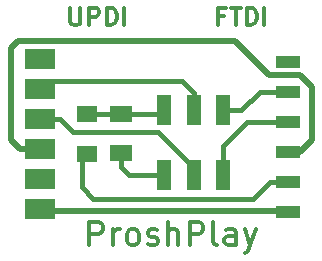
<source format=gbr>
%TF.GenerationSoftware,KiCad,Pcbnew,9.0.0*%
%TF.CreationDate,2025-03-04T01:13:19+05:30*%
%TF.ProjectId,UPDI-FTDI,55504449-2d46-4544-9449-2e6b69636164,rev?*%
%TF.SameCoordinates,Original*%
%TF.FileFunction,Copper,L1,Top*%
%TF.FilePolarity,Positive*%
%FSLAX46Y46*%
G04 Gerber Fmt 4.6, Leading zero omitted, Abs format (unit mm)*
G04 Created by KiCad (PCBNEW 9.0.0) date 2025-03-04 01:13:20*
%MOMM*%
%LPD*%
G01*
G04 APERTURE LIST*
%ADD10C,0.300000*%
%TA.AperFunction,NonConductor*%
%ADD11C,0.300000*%
%TD*%
%TA.AperFunction,SMDPad,CuDef*%
%ADD12R,1.900000X1.400000*%
%TD*%
%TA.AperFunction,SMDPad,CuDef*%
%ADD13R,1.200000X2.500000*%
%TD*%
%TA.AperFunction,SMDPad,CuDef*%
%ADD14R,1.700000X1.400000*%
%TD*%
%TA.AperFunction,SMDPad,CuDef*%
%ADD15R,2.000000X1.000000*%
%TD*%
%TA.AperFunction,SMDPad,CuDef*%
%ADD16R,2.500000X1.700000*%
%TD*%
%TA.AperFunction,Conductor*%
%ADD17C,0.500000*%
%TD*%
%TA.AperFunction,Conductor*%
%ADD18C,0.400000*%
%TD*%
G04 APERTURE END LIST*
D10*
D11*
X110673558Y-59414936D02*
X110673558Y-57414936D01*
X110673558Y-57414936D02*
X111435463Y-57414936D01*
X111435463Y-57414936D02*
X111625939Y-57510174D01*
X111625939Y-57510174D02*
X111721177Y-57605412D01*
X111721177Y-57605412D02*
X111816415Y-57795888D01*
X111816415Y-57795888D02*
X111816415Y-58081602D01*
X111816415Y-58081602D02*
X111721177Y-58272078D01*
X111721177Y-58272078D02*
X111625939Y-58367317D01*
X111625939Y-58367317D02*
X111435463Y-58462555D01*
X111435463Y-58462555D02*
X110673558Y-58462555D01*
X112673558Y-59414936D02*
X112673558Y-58081602D01*
X112673558Y-58462555D02*
X112768796Y-58272078D01*
X112768796Y-58272078D02*
X112864034Y-58176840D01*
X112864034Y-58176840D02*
X113054510Y-58081602D01*
X113054510Y-58081602D02*
X113244987Y-58081602D01*
X114197367Y-59414936D02*
X114006891Y-59319698D01*
X114006891Y-59319698D02*
X113911653Y-59224459D01*
X113911653Y-59224459D02*
X113816415Y-59033983D01*
X113816415Y-59033983D02*
X113816415Y-58462555D01*
X113816415Y-58462555D02*
X113911653Y-58272078D01*
X113911653Y-58272078D02*
X114006891Y-58176840D01*
X114006891Y-58176840D02*
X114197367Y-58081602D01*
X114197367Y-58081602D02*
X114483082Y-58081602D01*
X114483082Y-58081602D02*
X114673558Y-58176840D01*
X114673558Y-58176840D02*
X114768796Y-58272078D01*
X114768796Y-58272078D02*
X114864034Y-58462555D01*
X114864034Y-58462555D02*
X114864034Y-59033983D01*
X114864034Y-59033983D02*
X114768796Y-59224459D01*
X114768796Y-59224459D02*
X114673558Y-59319698D01*
X114673558Y-59319698D02*
X114483082Y-59414936D01*
X114483082Y-59414936D02*
X114197367Y-59414936D01*
X115625939Y-59319698D02*
X115816415Y-59414936D01*
X115816415Y-59414936D02*
X116197367Y-59414936D01*
X116197367Y-59414936D02*
X116387844Y-59319698D01*
X116387844Y-59319698D02*
X116483082Y-59129221D01*
X116483082Y-59129221D02*
X116483082Y-59033983D01*
X116483082Y-59033983D02*
X116387844Y-58843507D01*
X116387844Y-58843507D02*
X116197367Y-58748269D01*
X116197367Y-58748269D02*
X115911653Y-58748269D01*
X115911653Y-58748269D02*
X115721177Y-58653031D01*
X115721177Y-58653031D02*
X115625939Y-58462555D01*
X115625939Y-58462555D02*
X115625939Y-58367317D01*
X115625939Y-58367317D02*
X115721177Y-58176840D01*
X115721177Y-58176840D02*
X115911653Y-58081602D01*
X115911653Y-58081602D02*
X116197367Y-58081602D01*
X116197367Y-58081602D02*
X116387844Y-58176840D01*
X117340225Y-59414936D02*
X117340225Y-57414936D01*
X118197368Y-59414936D02*
X118197368Y-58367317D01*
X118197368Y-58367317D02*
X118102130Y-58176840D01*
X118102130Y-58176840D02*
X117911654Y-58081602D01*
X117911654Y-58081602D02*
X117625939Y-58081602D01*
X117625939Y-58081602D02*
X117435463Y-58176840D01*
X117435463Y-58176840D02*
X117340225Y-58272078D01*
X119149749Y-59414936D02*
X119149749Y-57414936D01*
X119149749Y-57414936D02*
X119911654Y-57414936D01*
X119911654Y-57414936D02*
X120102130Y-57510174D01*
X120102130Y-57510174D02*
X120197368Y-57605412D01*
X120197368Y-57605412D02*
X120292606Y-57795888D01*
X120292606Y-57795888D02*
X120292606Y-58081602D01*
X120292606Y-58081602D02*
X120197368Y-58272078D01*
X120197368Y-58272078D02*
X120102130Y-58367317D01*
X120102130Y-58367317D02*
X119911654Y-58462555D01*
X119911654Y-58462555D02*
X119149749Y-58462555D01*
X121435463Y-59414936D02*
X121244987Y-59319698D01*
X121244987Y-59319698D02*
X121149749Y-59129221D01*
X121149749Y-59129221D02*
X121149749Y-57414936D01*
X123054511Y-59414936D02*
X123054511Y-58367317D01*
X123054511Y-58367317D02*
X122959273Y-58176840D01*
X122959273Y-58176840D02*
X122768797Y-58081602D01*
X122768797Y-58081602D02*
X122387844Y-58081602D01*
X122387844Y-58081602D02*
X122197368Y-58176840D01*
X123054511Y-59319698D02*
X122864035Y-59414936D01*
X122864035Y-59414936D02*
X122387844Y-59414936D01*
X122387844Y-59414936D02*
X122197368Y-59319698D01*
X122197368Y-59319698D02*
X122102130Y-59129221D01*
X122102130Y-59129221D02*
X122102130Y-58938745D01*
X122102130Y-58938745D02*
X122197368Y-58748269D01*
X122197368Y-58748269D02*
X122387844Y-58653031D01*
X122387844Y-58653031D02*
X122864035Y-58653031D01*
X122864035Y-58653031D02*
X123054511Y-58557793D01*
X123816416Y-58081602D02*
X124292606Y-59414936D01*
X124768797Y-58081602D02*
X124292606Y-59414936D01*
X124292606Y-59414936D02*
X124102130Y-59891126D01*
X124102130Y-59891126D02*
X124006892Y-59986364D01*
X124006892Y-59986364D02*
X123816416Y-60081602D01*
D10*
D11*
X109054510Y-39300828D02*
X109054510Y-40515114D01*
X109054510Y-40515114D02*
X109125939Y-40657971D01*
X109125939Y-40657971D02*
X109197368Y-40729400D01*
X109197368Y-40729400D02*
X109340225Y-40800828D01*
X109340225Y-40800828D02*
X109625939Y-40800828D01*
X109625939Y-40800828D02*
X109768796Y-40729400D01*
X109768796Y-40729400D02*
X109840225Y-40657971D01*
X109840225Y-40657971D02*
X109911653Y-40515114D01*
X109911653Y-40515114D02*
X109911653Y-39300828D01*
X110625939Y-40800828D02*
X110625939Y-39300828D01*
X110625939Y-39300828D02*
X111197368Y-39300828D01*
X111197368Y-39300828D02*
X111340225Y-39372257D01*
X111340225Y-39372257D02*
X111411654Y-39443685D01*
X111411654Y-39443685D02*
X111483082Y-39586542D01*
X111483082Y-39586542D02*
X111483082Y-39800828D01*
X111483082Y-39800828D02*
X111411654Y-39943685D01*
X111411654Y-39943685D02*
X111340225Y-40015114D01*
X111340225Y-40015114D02*
X111197368Y-40086542D01*
X111197368Y-40086542D02*
X110625939Y-40086542D01*
X112125939Y-40800828D02*
X112125939Y-39300828D01*
X112125939Y-39300828D02*
X112483082Y-39300828D01*
X112483082Y-39300828D02*
X112697368Y-39372257D01*
X112697368Y-39372257D02*
X112840225Y-39515114D01*
X112840225Y-39515114D02*
X112911654Y-39657971D01*
X112911654Y-39657971D02*
X112983082Y-39943685D01*
X112983082Y-39943685D02*
X112983082Y-40157971D01*
X112983082Y-40157971D02*
X112911654Y-40443685D01*
X112911654Y-40443685D02*
X112840225Y-40586542D01*
X112840225Y-40586542D02*
X112697368Y-40729400D01*
X112697368Y-40729400D02*
X112483082Y-40800828D01*
X112483082Y-40800828D02*
X112125939Y-40800828D01*
X113625939Y-40800828D02*
X113625939Y-39300828D01*
D10*
D11*
X122054510Y-40015114D02*
X121554510Y-40015114D01*
X121554510Y-40800828D02*
X121554510Y-39300828D01*
X121554510Y-39300828D02*
X122268796Y-39300828D01*
X122625939Y-39300828D02*
X123483082Y-39300828D01*
X123054510Y-40800828D02*
X123054510Y-39300828D01*
X123983081Y-40800828D02*
X123983081Y-39300828D01*
X123983081Y-39300828D02*
X124340224Y-39300828D01*
X124340224Y-39300828D02*
X124554510Y-39372257D01*
X124554510Y-39372257D02*
X124697367Y-39515114D01*
X124697367Y-39515114D02*
X124768796Y-39657971D01*
X124768796Y-39657971D02*
X124840224Y-39943685D01*
X124840224Y-39943685D02*
X124840224Y-40157971D01*
X124840224Y-40157971D02*
X124768796Y-40443685D01*
X124768796Y-40443685D02*
X124697367Y-40586542D01*
X124697367Y-40586542D02*
X124554510Y-40729400D01*
X124554510Y-40729400D02*
X124340224Y-40800828D01*
X124340224Y-40800828D02*
X123983081Y-40800828D01*
X125483081Y-40800828D02*
X125483081Y-39300828D01*
D12*
%TO.P,D1,2,A*%
%TO.N,Net-(D1-A)*%
X113303780Y-48350000D03*
%TO.P,D1,1,K*%
%TO.N,Net-(D1-K)*%
X113303780Y-51650000D03*
%TD*%
D13*
%TO.P,SW1,4,A*%
%TO.N,T-RX*%
X122000000Y-48000000D03*
%TO.P,SW1,5,B*%
%TO.N,RX*%
X119500000Y-48000000D03*
%TO.P,SW1,6,C*%
%TO.N,Net-(D1-A)*%
X117000000Y-48000000D03*
%TO.P,SW1,3,C*%
%TO.N,T-TX*%
X122000000Y-53500000D03*
%TO.P,SW1,2,B*%
%TO.N,TX*%
X119500000Y-53500000D03*
%TO.P,SW1,1,A*%
%TO.N,Net-(D1-K)*%
X117000000Y-53500000D03*
%TD*%
D14*
%TO.P,R1,1*%
%TO.N,Net-(D1-A)*%
X110500000Y-48300000D03*
%TO.P,R1,2*%
%TO.N,UPDI*%
X110500000Y-51700000D03*
%TD*%
D15*
%TO.P,J2,1*%
%TO.N,unconnected-(J2-Pad1)*%
X127500000Y-43880000D03*
%TO.P,J2,2*%
%TO.N,T-RX*%
X127500000Y-46420000D03*
%TO.P,J2,3*%
%TO.N,T-TX*%
X127500000Y-48960000D03*
%TO.P,J2,4*%
%TO.N,VCC*%
X127500000Y-51500000D03*
%TO.P,J2,5*%
%TO.N,UPDI*%
X127500000Y-54040000D03*
%TO.P,J2,6*%
%TO.N,GND*%
X127500000Y-56580000D03*
%TD*%
D16*
%TO.P,J1,1*%
%TO.N,GND*%
X106500000Y-56350000D03*
%TO.P,J1,2*%
%TO.N,unconnected-(J1-Pad2)*%
X106500000Y-53810000D03*
%TO.P,J1,3*%
%TO.N,VCC*%
X106500000Y-51270000D03*
%TO.P,J1,4*%
%TO.N,TX*%
X106500000Y-48730000D03*
%TO.P,J1,5*%
%TO.N,RX*%
X106500000Y-46190000D03*
%TO.P,J1,6*%
%TO.N,unconnected-(J1-Pad6)*%
X106500000Y-43650000D03*
%TD*%
D17*
%TO.N,GND*%
X127420000Y-56500000D02*
X127500000Y-56580000D01*
X106650000Y-56500000D02*
X127420000Y-56500000D01*
X106500000Y-56350000D02*
X106650000Y-56500000D01*
%TO.N,VCC*%
X104770000Y-51270000D02*
X106500000Y-51270000D01*
X104000000Y-42748000D02*
X104000000Y-50500000D01*
X104000000Y-50500000D02*
X104770000Y-51270000D01*
X125849000Y-45031000D02*
X122967000Y-42149000D01*
X104599000Y-42149000D02*
X104000000Y-42748000D01*
X129500000Y-46000000D02*
X128531000Y-45031000D01*
X128531000Y-45031000D02*
X125849000Y-45031000D01*
X129500000Y-50500000D02*
X129500000Y-46000000D01*
X128500000Y-51500000D02*
X129500000Y-50500000D01*
X122967000Y-42149000D02*
X104599000Y-42149000D01*
X127500000Y-51500000D02*
X128500000Y-51500000D01*
D18*
%TO.N,T-TX*%
X124040000Y-48960000D02*
X127500000Y-48960000D01*
X122000000Y-51000000D02*
X124040000Y-48960000D01*
X122000000Y-53500000D02*
X122000000Y-51000000D01*
%TO.N,Net-(D1-A)*%
X113253780Y-48300000D02*
X113303780Y-48350000D01*
X110500000Y-48300000D02*
X113253780Y-48300000D01*
X116650000Y-48350000D02*
X117000000Y-48000000D01*
X113303780Y-48350000D02*
X116650000Y-48350000D01*
%TO.N,Net-(D1-K)*%
X114000000Y-53500000D02*
X117000000Y-53500000D01*
X113303780Y-52803780D02*
X114000000Y-53500000D01*
X113303780Y-51650000D02*
X113303780Y-52803780D01*
%TO.N,UPDI*%
X110000000Y-52200000D02*
X110500000Y-51700000D01*
X111000000Y-55500000D02*
X110000000Y-54500000D01*
X110000000Y-54500000D02*
X110000000Y-52200000D01*
X124500000Y-55500000D02*
X111000000Y-55500000D01*
X125960000Y-54040000D02*
X124500000Y-55500000D01*
X127500000Y-54040000D02*
X125960000Y-54040000D01*
%TO.N,TX*%
X108150000Y-48730000D02*
X106500000Y-48730000D01*
X109271000Y-49851000D02*
X108150000Y-48730000D01*
X116501000Y-49851000D02*
X109271000Y-49851000D01*
X119500000Y-52850000D02*
X116501000Y-49851000D01*
X119500000Y-53500000D02*
X119500000Y-52850000D01*
%TO.N,T-RX*%
X125080000Y-46420000D02*
X127500000Y-46420000D01*
X123500000Y-48000000D02*
X125080000Y-46420000D01*
X122000000Y-48000000D02*
X123500000Y-48000000D01*
%TO.N,RX*%
X119500000Y-46500000D02*
X118500000Y-45500000D01*
X107190000Y-45500000D02*
X106500000Y-46190000D01*
X119500000Y-48000000D02*
X119500000Y-46500000D01*
X118500000Y-45500000D02*
X107190000Y-45500000D01*
%TD*%
M02*

</source>
